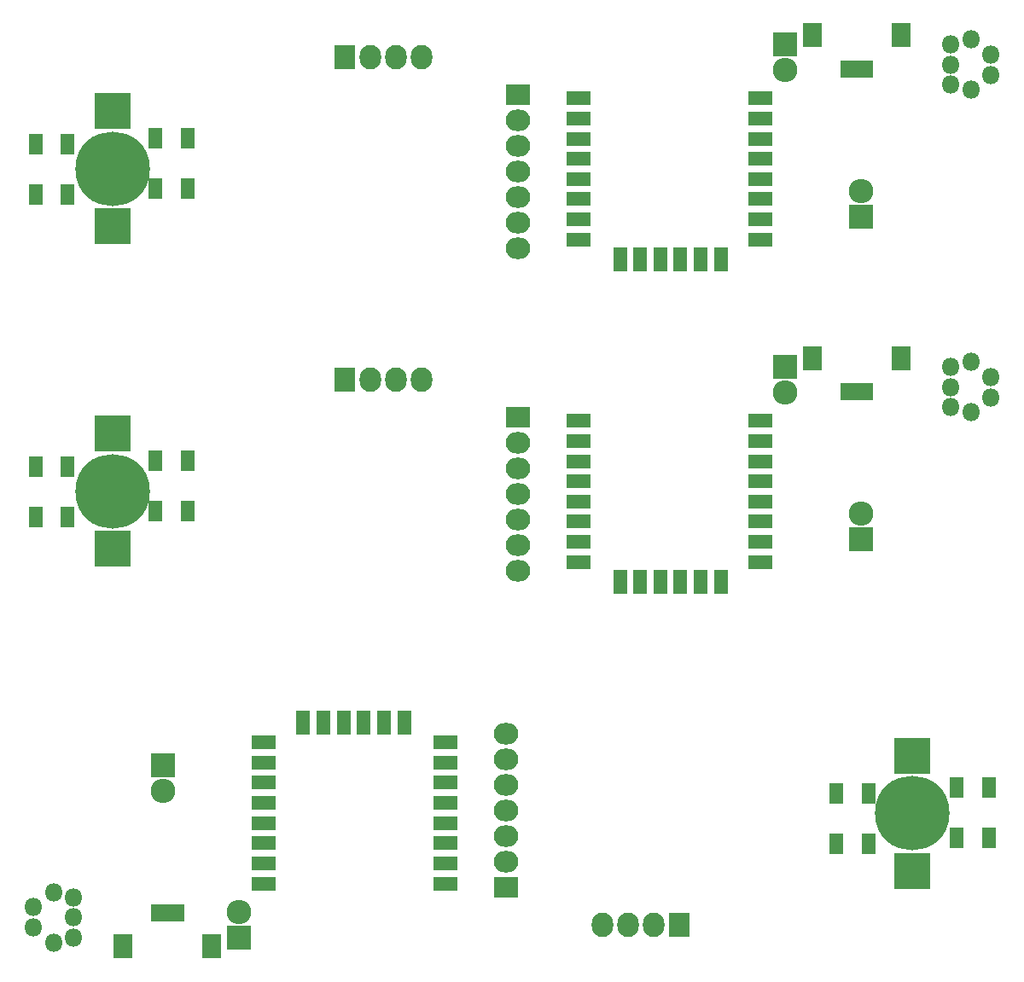
<source format=gbr>
G04 #@! TF.FileFunction,Soldermask,Bot*
%FSLAX46Y46*%
G04 Gerber Fmt 4.6, Leading zero omitted, Abs format (unit mm)*
G04 Created by KiCad (PCBNEW (2016-05-02 BZR 6765, Git 2f87409)-product) date 2016-05-10 21:50:54*
%MOMM*%
%LPD*%
G01*
G04 APERTURE LIST*
%ADD10C,0.100000*%
%ADD11R,1.400000X2.000000*%
%ADD12R,3.600000X3.600000*%
%ADD13C,7.400000*%
%ADD14O,1.800000X1.800000*%
%ADD15R,2.127200X2.432000*%
%ADD16O,2.127200X2.432000*%
%ADD17R,2.432000X2.432000*%
%ADD18O,2.432000X2.432000*%
%ADD19R,2.432000X2.127200*%
%ADD20O,2.432000X2.127200*%
%ADD21R,1.900000X2.400000*%
%ADD22R,0.798780X1.748740*%
%ADD23R,1.400000X2.400000*%
%ADD24R,2.400000X1.400000*%
G04 APERTURE END LIST*
D10*
D11*
X98810000Y-71980000D03*
X95610000Y-71980000D03*
X98810000Y-66980000D03*
X95610000Y-66980000D03*
X83720000Y-67580000D03*
X86920000Y-67580000D03*
X83720000Y-72580000D03*
X86920000Y-72580000D03*
D12*
X91330000Y-75710000D03*
X91330000Y-64310000D03*
D13*
X91330000Y-70010000D03*
D14*
X174499800Y-59690000D03*
X174499800Y-57696100D03*
X174499800Y-61683900D03*
X178487600Y-58686700D03*
X178487600Y-60693300D03*
X176506400Y-57188100D03*
X176506400Y-62191900D03*
D15*
X114410000Y-58980000D03*
D16*
X116950000Y-58980000D03*
X119490000Y-58980000D03*
X122030000Y-58980000D03*
D17*
X158110000Y-57680000D03*
D18*
X158110000Y-60220000D03*
D19*
X131610000Y-62680000D03*
D20*
X131610000Y-65220000D03*
X131610000Y-67760000D03*
X131610000Y-70300000D03*
X131610000Y-72840000D03*
X131610000Y-75380000D03*
X131610000Y-77920000D03*
D17*
X165610000Y-74780000D03*
D18*
X165610000Y-72240000D03*
D21*
X160800000Y-56790000D03*
X169600000Y-56790000D03*
D22*
X166500480Y-60164620D03*
X165847700Y-60164620D03*
X165200000Y-60164620D03*
X164552300Y-60164620D03*
X163899520Y-60164620D03*
D23*
X141710000Y-79040000D03*
X143710000Y-79040000D03*
X145710000Y-79040000D03*
X147710000Y-79040000D03*
X149710000Y-79040000D03*
X151710000Y-79040000D03*
D24*
X137610000Y-63040000D03*
X137610000Y-65040000D03*
X137610000Y-67040000D03*
X137610000Y-69040000D03*
X137610000Y-71040000D03*
X137610000Y-73040000D03*
X137610000Y-75040000D03*
X137610000Y-77040000D03*
X155610000Y-77040000D03*
X155610000Y-75040000D03*
X155610000Y-73040000D03*
X155610000Y-71040000D03*
X155610000Y-69040000D03*
X155610000Y-67040000D03*
X155610000Y-65040000D03*
X155610000Y-63040000D03*
D11*
X98810000Y-103990000D03*
X95610000Y-103990000D03*
X98810000Y-98990000D03*
X95610000Y-98990000D03*
X83720000Y-99590000D03*
X86920000Y-99590000D03*
X83720000Y-104590000D03*
X86920000Y-104590000D03*
D12*
X91330000Y-107720000D03*
X91330000Y-96320000D03*
D13*
X91330000Y-102020000D03*
D14*
X174499800Y-91700000D03*
X174499800Y-89706100D03*
X174499800Y-93693900D03*
X178487600Y-90696700D03*
X178487600Y-92703300D03*
X176506400Y-89198100D03*
X176506400Y-94201900D03*
D15*
X114410000Y-90990000D03*
D16*
X116950000Y-90990000D03*
X119490000Y-90990000D03*
X122030000Y-90990000D03*
D17*
X158110000Y-89690000D03*
D18*
X158110000Y-92230000D03*
D19*
X131610000Y-94690000D03*
D20*
X131610000Y-97230000D03*
X131610000Y-99770000D03*
X131610000Y-102310000D03*
X131610000Y-104850000D03*
X131610000Y-107390000D03*
X131610000Y-109930000D03*
D17*
X165610000Y-106790000D03*
D18*
X165610000Y-104250000D03*
D21*
X160800000Y-88800000D03*
X169600000Y-88800000D03*
D22*
X166500480Y-92174620D03*
X165847700Y-92174620D03*
X165200000Y-92174620D03*
X164552300Y-92174620D03*
X163899520Y-92174620D03*
D23*
X141710000Y-111050000D03*
X143710000Y-111050000D03*
X145710000Y-111050000D03*
X147710000Y-111050000D03*
X149710000Y-111050000D03*
X151710000Y-111050000D03*
D24*
X137610000Y-95050000D03*
X137610000Y-97050000D03*
X137610000Y-99050000D03*
X137610000Y-101050000D03*
X137610000Y-103050000D03*
X137610000Y-105050000D03*
X137610000Y-107050000D03*
X137610000Y-109050000D03*
X155610000Y-109050000D03*
X155610000Y-107050000D03*
X155610000Y-105050000D03*
X155610000Y-103050000D03*
X155610000Y-101050000D03*
X155610000Y-99050000D03*
X155610000Y-97050000D03*
X155610000Y-95050000D03*
D11*
X163190000Y-132020000D03*
X166390000Y-132020000D03*
X163190000Y-137020000D03*
X166390000Y-137020000D03*
X178280000Y-136420000D03*
X175080000Y-136420000D03*
X178280000Y-131420000D03*
X175080000Y-131420000D03*
D12*
X170670000Y-128290000D03*
X170670000Y-139690000D03*
D13*
X170670000Y-133990000D03*
D14*
X87500200Y-144310000D03*
X87500200Y-146303900D03*
X87500200Y-142316100D03*
X83512400Y-145313300D03*
X83512400Y-143306700D03*
X85493600Y-146811900D03*
X85493600Y-141808100D03*
D15*
X147590000Y-145020000D03*
D16*
X145050000Y-145020000D03*
X142510000Y-145020000D03*
X139970000Y-145020000D03*
D17*
X103890000Y-146320000D03*
D18*
X103890000Y-143780000D03*
D19*
X130390000Y-141320000D03*
D20*
X130390000Y-138780000D03*
X130390000Y-136240000D03*
X130390000Y-133700000D03*
X130390000Y-131160000D03*
X130390000Y-128620000D03*
X130390000Y-126080000D03*
D17*
X96390000Y-129220000D03*
D18*
X96390000Y-131760000D03*
D21*
X101200000Y-147210000D03*
X92400000Y-147210000D03*
D22*
X95499520Y-143835380D03*
X96152300Y-143835380D03*
X96800000Y-143835380D03*
X97447700Y-143835380D03*
X98100480Y-143835380D03*
D23*
X120290000Y-124960000D03*
X118290000Y-124960000D03*
X116290000Y-124960000D03*
X114290000Y-124960000D03*
X112290000Y-124960000D03*
X110290000Y-124960000D03*
D24*
X124390000Y-140960000D03*
X124390000Y-138960000D03*
X124390000Y-136960000D03*
X124390000Y-134960000D03*
X124390000Y-132960000D03*
X124390000Y-130960000D03*
X124390000Y-128960000D03*
X124390000Y-126960000D03*
X106390000Y-126960000D03*
X106390000Y-128960000D03*
X106390000Y-130960000D03*
X106390000Y-132960000D03*
X106390000Y-134960000D03*
X106390000Y-136960000D03*
X106390000Y-138960000D03*
X106390000Y-140960000D03*
M02*

</source>
